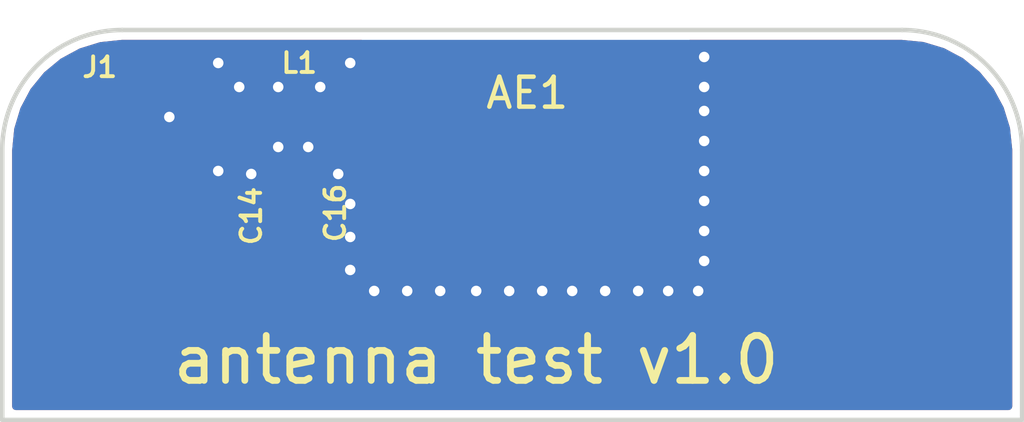
<source format=kicad_pcb>
(kicad_pcb (version 20171130) (host pcbnew 5.1.5+dfsg1-2build2)

  (general
    (thickness 1.6)
    (drawings 7)
    (tracks 42)
    (zones 0)
    (modules 5)
    (nets 4)
  )

  (page A4)
  (title_block
    (title Chaac)
    (date 2021-02-22)
    (rev 6.1)
    (company @alvaroprieto)
  )

  (layers
    (0 F.Cu signal)
    (1 GND.Cu power)
    (2 PWR.Cu power)
    (31 B.Cu signal)
    (32 B.Adhes user)
    (33 F.Adhes user)
    (34 B.Paste user)
    (35 F.Paste user)
    (36 B.SilkS user)
    (37 F.SilkS user)
    (38 B.Mask user)
    (39 F.Mask user)
    (40 Dwgs.User user)
    (41 Cmts.User user)
    (42 Eco1.User user)
    (43 Eco2.User user)
    (44 Edge.Cuts user)
    (45 Margin user)
    (46 B.CrtYd user)
    (47 F.CrtYd user)
    (48 B.Fab user hide)
    (49 F.Fab user hide)
  )

  (setup
    (last_trace_width 0.341376)
    (user_trace_width 0.1524)
    (user_trace_width 0.2032)
    (user_trace_width 0.254)
    (user_trace_width 0.29337)
    (user_trace_width 0.3048)
    (user_trace_width 0.341376)
    (user_trace_width 0.381)
    (user_trace_width 0.508)
    (user_trace_width 0.635)
    (user_trace_width 1.016)
    (trace_clearance 0.1524)
    (zone_clearance 0.254)
    (zone_45_only no)
    (trace_min 0.1524)
    (via_size 0.508)
    (via_drill 0.254)
    (via_min_size 0.508)
    (via_min_drill 0.254)
    (user_via 0.508 0.254)
    (user_via 0.603758 0.349758)
    (uvia_size 0.508)
    (uvia_drill 0.254)
    (uvias_allowed no)
    (uvia_min_size 0.2)
    (uvia_min_drill 0.1)
    (edge_width 0.15)
    (segment_width 0.2)
    (pcb_text_width 0.3)
    (pcb_text_size 1.5 1.5)
    (mod_edge_width 0.13)
    (mod_text_size 0.65 0.65)
    (mod_text_width 0.13)
    (pad_size 0.508 0.508)
    (pad_drill 0.254)
    (pad_to_mask_clearance 0.0508)
    (solder_mask_min_width 0.1016)
    (aux_axis_origin 105 190)
    (visible_elements FFFFFF7F)
    (pcbplotparams
      (layerselection 0x010fc_ffffffff)
      (usegerberextensions false)
      (usegerberattributes true)
      (usegerberadvancedattributes false)
      (creategerberjobfile false)
      (excludeedgelayer true)
      (linewidth 0.100000)
      (plotframeref false)
      (viasonmask false)
      (mode 1)
      (useauxorigin false)
      (hpglpennumber 1)
      (hpglpenspeed 20)
      (hpglpendiameter 15.000000)
      (psnegative false)
      (psa4output false)
      (plotreference true)
      (plotvalue true)
      (plotinvisibletext false)
      (padsonsilk false)
      (subtractmaskfromsilk false)
      (outputformat 1)
      (mirror false)
      (drillshape 0)
      (scaleselection 1)
      (outputdirectory "gerber/"))
  )

  (net 0 "")
  (net 1 GND)
  (net 2 "Net-(C14-Pad1)")
  (net 3 "Net-(AE1-Pad1)")

  (net_class Default "This is the default net class."
    (clearance 0.1524)
    (trace_width 0.1524)
    (via_dia 0.508)
    (via_drill 0.254)
    (uvia_dia 0.508)
    (uvia_drill 0.254)
    (diff_pair_width 0.1524)
    (diff_pair_gap 0.1524)
    (add_net GND)
    (add_net "Net-(AE1-Pad1)")
    (add_net "Net-(C14-Pad1)")
  )

  (module alvarop:TE-2337019-1 (layer F.Cu) (tedit 5FB09DD1) (tstamp 60A1571E)
    (at 110.57 121.4 90)
    (path /60A46831)
    (fp_text reference J1 (at 1.66 -2.32 180) (layer F.SilkS)
      (effects (font (size 0.66 0.66) (thickness 0.13)))
    )
    (fp_text value Conn_Coaxial (at 0 -3 90) (layer F.Fab)
      (effects (font (size 1 1) (thickness 0.15)))
    )
    (pad 2 smd rect (at 1.475 0 90) (size 1.05 2.2) (layers F.Cu F.Paste F.Mask)
      (net 1 GND))
    (pad 2 smd rect (at -1.475 0 90) (size 1.05 2.2) (layers F.Cu F.Paste F.Mask)
      (net 1 GND))
    (pad 1 smd rect (at 0 1.525 90) (size 1 1.05) (layers F.Cu F.Paste F.Mask)
      (net 2 "Net-(C14-Pad1)"))
    (model /home/alvaro/code/kicad/3d/c-2337019-1-a2-3d.stp
      (offset (xyz 0 0 1.25))
      (scale (xyz 1 1 1))
      (rotate (xyz 0 0 180))
    )
  )

  (module alvarop:W3211 (layer F.Cu) (tedit 6020489D) (tstamp 6020B4AF)
    (at 122.45 120.5 180)
    (path /6024F558)
    (fp_text reference AE1 (at -0.05 -0.1) (layer F.SilkS)
      (effects (font (size 1 1) (thickness 0.15)))
    )
    (fp_text value Antenna_Chip (at 0 -7) (layer F.Fab)
      (effects (font (size 1 1) (thickness 0.15)))
    )
    (fp_text user bottom (at 0 -4.2) (layer Eco1.User)
      (effects (font (size 1 1) (thickness 0.15)))
    )
    (fp_text user "layer only" (at 0 -3) (layer Eco1.User)
      (effects (font (size 1 1) (thickness 0.15)))
    )
    (fp_text user "ground on" (at 0 -5.6) (layer Eco1.User)
      (effects (font (size 1 1) (thickness 0.15)))
    )
    (fp_line (start 5.4 2) (end -5.4 2) (layer Eco1.User) (width 0.12))
    (fp_line (start -5.4 -6.25) (end -5.4 2) (layer Eco1.User) (width 0.12))
    (fp_line (start 5.4 -6.25) (end -5.4 -6.25) (layer Eco1.User) (width 0.12))
    (fp_line (start 5.4 2) (end 5.4 -6.25) (layer Eco1.User) (width 0.12))
    (pad 2 smd rect (at -4.55 0 180) (size 1.7 3.2) (layers F.Cu F.Paste F.Mask)
      (net 1 GND))
    (pad 2 smd rect (at 4.55 0.875 180) (size 1.7 1.45) (layers F.Cu F.Paste F.Mask)
      (net 1 GND))
    (pad 1 smd rect (at 4.55 -0.875 180) (size 1.7 1.45) (layers F.Cu F.Paste F.Mask)
      (net 3 "Net-(AE1-Pad1)"))
    (model /home/alvaro/code/kicad/3d/CHIP_3211_PUL.step
      (at (xyz 0 0 0))
      (scale (xyz 1 1 1))
      (rotate (xyz 0 0 -180))
    )
  )

  (module Inductor_SMD:L_0402_1005Metric (layer F.Cu) (tedit 5B301BBE) (tstamp 5FBA7DF5)
    (at 114.715 121.4)
    (descr "Inductor SMD 0402 (1005 Metric), square (rectangular) end terminal, IPC_7351 nominal, (Body size source: http://www.tortai-tech.com/upload/download/2011102023233369053.pdf), generated with kicad-footprint-generator")
    (tags inductor)
    (path /610BE712)
    (attr smd)
    (fp_text reference L1 (at 0.185 -1.8) (layer F.SilkS)
      (effects (font (size 0.66 0.66) (thickness 0.13)))
    )
    (fp_text value 0 (at 0 1.17) (layer F.Fab)
      (effects (font (size 1 1) (thickness 0.15)))
    )
    (fp_text user %R (at 0 0) (layer F.Fab)
      (effects (font (size 0.25 0.25) (thickness 0.04)))
    )
    (fp_line (start 0.93 0.47) (end -0.93 0.47) (layer F.CrtYd) (width 0.05))
    (fp_line (start 0.93 -0.47) (end 0.93 0.47) (layer F.CrtYd) (width 0.05))
    (fp_line (start -0.93 -0.47) (end 0.93 -0.47) (layer F.CrtYd) (width 0.05))
    (fp_line (start -0.93 0.47) (end -0.93 -0.47) (layer F.CrtYd) (width 0.05))
    (fp_line (start 0.5 0.25) (end -0.5 0.25) (layer F.Fab) (width 0.1))
    (fp_line (start 0.5 -0.25) (end 0.5 0.25) (layer F.Fab) (width 0.1))
    (fp_line (start -0.5 -0.25) (end 0.5 -0.25) (layer F.Fab) (width 0.1))
    (fp_line (start -0.5 0.25) (end -0.5 -0.25) (layer F.Fab) (width 0.1))
    (pad 2 smd roundrect (at 0.485 0) (size 0.59 0.64) (layers F.Cu F.Paste F.Mask) (roundrect_rratio 0.25)
      (net 3 "Net-(AE1-Pad1)"))
    (pad 1 smd roundrect (at -0.485 0) (size 0.59 0.64) (layers F.Cu F.Paste F.Mask) (roundrect_rratio 0.25)
      (net 2 "Net-(C14-Pad1)"))
    (model ${KISYS3DMOD}/Inductor_SMD.3dshapes/L_0402_1005Metric.wrl
      (at (xyz 0 0 0))
      (scale (xyz 1 1 1))
      (rotate (xyz 0 0 0))
    )
  )

  (module Capacitor_SMD:C_0402_1005Metric (layer F.Cu) (tedit 5B301BBE) (tstamp 5FBA9609)
    (at 116.2 121.885 270)
    (descr "Capacitor SMD 0402 (1005 Metric), square (rectangular) end terminal, IPC_7351 nominal, (Body size source: http://www.tortai-tech.com/upload/download/2011102023233369053.pdf), generated with kicad-footprint-generator")
    (tags capacitor)
    (path /610BCF40)
    (attr smd)
    (fp_text reference C16 (at 2.715 0.1 90) (layer F.SilkS)
      (effects (font (size 0.66 0.66) (thickness 0.13)))
    )
    (fp_text value DNP (at 0 1.17 90) (layer F.Fab)
      (effects (font (size 1 1) (thickness 0.15)))
    )
    (fp_text user %R (at 0 0 90) (layer F.Fab)
      (effects (font (size 0.25 0.25) (thickness 0.04)))
    )
    (fp_line (start 0.93 0.47) (end -0.93 0.47) (layer F.CrtYd) (width 0.05))
    (fp_line (start 0.93 -0.47) (end 0.93 0.47) (layer F.CrtYd) (width 0.05))
    (fp_line (start -0.93 -0.47) (end 0.93 -0.47) (layer F.CrtYd) (width 0.05))
    (fp_line (start -0.93 0.47) (end -0.93 -0.47) (layer F.CrtYd) (width 0.05))
    (fp_line (start 0.5 0.25) (end -0.5 0.25) (layer F.Fab) (width 0.1))
    (fp_line (start 0.5 -0.25) (end 0.5 0.25) (layer F.Fab) (width 0.1))
    (fp_line (start -0.5 -0.25) (end 0.5 -0.25) (layer F.Fab) (width 0.1))
    (fp_line (start -0.5 0.25) (end -0.5 -0.25) (layer F.Fab) (width 0.1))
    (pad 2 smd roundrect (at 0.485 0 270) (size 0.59 0.64) (layers F.Cu F.Paste F.Mask) (roundrect_rratio 0.25)
      (net 1 GND))
    (pad 1 smd roundrect (at -0.485 0 270) (size 0.59 0.64) (layers F.Cu F.Paste F.Mask) (roundrect_rratio 0.25)
      (net 3 "Net-(AE1-Pad1)"))
    (model ${KISYS3DMOD}/Capacitor_SMD.3dshapes/C_0402_1005Metric.wrl
      (at (xyz 0 0 0))
      (scale (xyz 1 1 1))
      (rotate (xyz 0 0 0))
    )
  )

  (module Capacitor_SMD:C_0402_1005Metric (layer F.Cu) (tedit 5B301BBE) (tstamp 5FBFF9E6)
    (at 113.3 121.885 270)
    (descr "Capacitor SMD 0402 (1005 Metric), square (rectangular) end terminal, IPC_7351 nominal, (Body size source: http://www.tortai-tech.com/upload/download/2011102023233369053.pdf), generated with kicad-footprint-generator")
    (tags capacitor)
    (path /610BC956)
    (attr smd)
    (fp_text reference C14 (at 2.815 0 90) (layer F.SilkS)
      (effects (font (size 0.66 0.66) (thickness 0.13)))
    )
    (fp_text value DNP (at 0 1.17 90) (layer F.Fab)
      (effects (font (size 1 1) (thickness 0.15)))
    )
    (fp_text user %R (at 0 0 90) (layer F.Fab)
      (effects (font (size 0.25 0.25) (thickness 0.04)))
    )
    (fp_line (start 0.93 0.47) (end -0.93 0.47) (layer F.CrtYd) (width 0.05))
    (fp_line (start 0.93 -0.47) (end 0.93 0.47) (layer F.CrtYd) (width 0.05))
    (fp_line (start -0.93 -0.47) (end 0.93 -0.47) (layer F.CrtYd) (width 0.05))
    (fp_line (start -0.93 0.47) (end -0.93 -0.47) (layer F.CrtYd) (width 0.05))
    (fp_line (start 0.5 0.25) (end -0.5 0.25) (layer F.Fab) (width 0.1))
    (fp_line (start 0.5 -0.25) (end 0.5 0.25) (layer F.Fab) (width 0.1))
    (fp_line (start -0.5 -0.25) (end 0.5 -0.25) (layer F.Fab) (width 0.1))
    (fp_line (start -0.5 0.25) (end -0.5 -0.25) (layer F.Fab) (width 0.1))
    (pad 2 smd roundrect (at 0.485 0 270) (size 0.59 0.64) (layers F.Cu F.Paste F.Mask) (roundrect_rratio 0.25)
      (net 1 GND))
    (pad 1 smd roundrect (at -0.485 0 270) (size 0.59 0.64) (layers F.Cu F.Paste F.Mask) (roundrect_rratio 0.25)
      (net 2 "Net-(C14-Pad1)"))
    (model ${KISYS3DMOD}/Capacitor_SMD.3dshapes/C_0402_1005Metric.wrl
      (at (xyz 0 0 0))
      (scale (xyz 1 1 1))
      (rotate (xyz 0 0 0))
    )
  )

  (gr_line (start 105 131.5) (end 105 122.5) (layer Edge.Cuts) (width 0.15) (tstamp 60A15759))
  (gr_line (start 139 131.5) (end 105 131.5) (layer Edge.Cuts) (width 0.15))
  (gr_line (start 139 122.5) (end 139 131.5) (layer Edge.Cuts) (width 0.15))
  (gr_line (start 135 118.5) (end 109 118.5) (layer Edge.Cuts) (width 0.15))
  (gr_text "antenna test v1.0" (at 120.8 129.5) (layer F.SilkS) (tstamp 5EEAC0D9)
    (effects (font (size 1.5 1.5) (thickness 0.225)))
  )
  (gr_arc (start 109 122.5) (end 109 118.5) (angle -90) (layer Edge.Cuts) (width 0.15) (tstamp 5FBA8950))
  (gr_arc (start 135 122.5) (end 139 122.5) (angle -90) (layer Edge.Cuts) (width 0.15) (tstamp 5EE903A5))

  (via (at 110.57 121.4) (size 0.603758) (drill 0.349758) (layers F.Cu B.Cu) (net 1) (tstamp 37))
  (via (at 112.2 119.6) (size 0.603758) (drill 0.349758) (layers F.Cu B.Cu) (net 1) (tstamp 37))
  (via (at 112.2 123.2) (size 0.603758) (drill 0.349758) (layers F.Cu B.Cu) (net 1))
  (via (at 112.9 120.4) (size 0.603758) (drill 0.349758) (layers F.Cu B.Cu) (net 1))
  (via (at 114.2 120.4) (size 0.603758) (drill 0.349758) (layers F.Cu B.Cu) (net 1))
  (via (at 115.6 120.4) (size 0.603758) (drill 0.349758) (layers F.Cu B.Cu) (net 1))
  (via (at 116.6 119.6) (size 0.603758) (drill 0.349758) (layers F.Cu B.Cu) (net 1))
  (via (at 114.2 122.4) (size 0.603758) (drill 0.349758) (layers F.Cu B.Cu) (net 1))
  (via (at 115.2 122.4) (size 0.603758) (drill 0.349758) (layers F.Cu B.Cu) (net 1))
  (via (at 116.2 123.3) (size 0.603758) (drill 0.349758) (layers F.Cu B.Cu) (net 1))
  (via (at 113.3 123.3) (size 0.603758) (drill 0.349758) (layers F.Cu B.Cu) (net 1))
  (via (at 116.6 124.3) (size 0.603758) (drill 0.349758) (layers F.Cu B.Cu) (net 1))
  (via (at 116.6 125.4) (size 0.603758) (drill 0.349758) (layers F.Cu B.Cu) (net 1))
  (via (at 116.6 126.5) (size 0.603758) (drill 0.349758) (layers F.Cu B.Cu) (net 1))
  (via (at 117.4 127.2) (size 0.603758) (drill 0.349758) (layers F.Cu B.Cu) (net 1))
  (via (at 118.5 127.2) (size 0.603758) (drill 0.349758) (layers F.Cu B.Cu) (net 1))
  (via (at 119.6 127.2) (size 0.603758) (drill 0.349758) (layers F.Cu B.Cu) (net 1))
  (via (at 123 127.2) (size 0.603758) (drill 0.349758) (layers F.Cu B.Cu) (net 1) (tstamp 6032F74E))
  (via (at 121.9 127.2) (size 0.603758) (drill 0.349758) (layers F.Cu B.Cu) (net 1) (tstamp 6032F74F))
  (via (at 120.8 127.2) (size 0.603758) (drill 0.349758) (layers F.Cu B.Cu) (net 1) (tstamp 6032F750))
  (via (at 125.1 127.2) (size 0.603758) (drill 0.349758) (layers F.Cu B.Cu) (net 1) (tstamp 6032F754))
  (via (at 124 127.2) (size 0.603758) (drill 0.349758) (layers F.Cu B.Cu) (net 1) (tstamp 6032F755))
  (via (at 126.2 127.2) (size 0.603758) (drill 0.349758) (layers F.Cu B.Cu) (net 1) (tstamp 6032F756))
  (via (at 127.2 127.2) (size 0.603758) (drill 0.349758) (layers F.Cu B.Cu) (net 1) (tstamp 6032F75A))
  (via (at 128.4 126.2) (size 0.603758) (drill 0.349758) (layers F.Cu B.Cu) (net 1) (tstamp 6032F75B))
  (via (at 128.2 127.2) (size 0.603758) (drill 0.349758) (layers F.Cu B.Cu) (net 1) (tstamp 6032F75C))
  (via (at 128.4 125.2) (size 0.603758) (drill 0.349758) (layers F.Cu B.Cu) (net 1) (tstamp 6032F76B))
  (via (at 128.4 124.2) (size 0.603758) (drill 0.349758) (layers F.Cu B.Cu) (net 1) (tstamp 6032F76D))
  (via (at 128.4 123.2) (size 0.603758) (drill 0.349758) (layers F.Cu B.Cu) (net 1) (tstamp 6032F76E))
  (via (at 128.4 122.2) (size 0.603758) (drill 0.349758) (layers F.Cu B.Cu) (net 1) (tstamp 6032F771))
  (via (at 128.4 121.2) (size 0.603758) (drill 0.349758) (layers F.Cu B.Cu) (net 1) (tstamp 6032F772))
  (via (at 128.4 120.4) (size 0.603758) (drill 0.349758) (layers F.Cu B.Cu) (net 1) (tstamp 6032F775))
  (via (at 128.4 119.4) (size 0.603758) (drill 0.349758) (layers F.Cu B.Cu) (net 1) (tstamp 6032F776))
  (segment (start 117.875 119.6) (end 117.9 119.625) (width 0.341376) (layer F.Cu) (net 1))
  (segment (start 116.6 119.6) (end 117.875 119.6) (width 0.341376) (layer F.Cu) (net 1))
  (segment (start 128.3 120.5) (end 128.4 120.4) (width 0.341376) (layer F.Cu) (net 1))
  (segment (start 127 120.5) (end 128.3 120.5) (width 0.341376) (layer F.Cu) (net 1))
  (segment (start 114.23 121.4) (end 113.3 121.4) (width 0.341376) (layer F.Cu) (net 2))
  (segment (start 112.095 121.4) (end 113.3 121.4) (width 0.341376) (layer F.Cu) (net 2))
  (segment (start 117.875 121.4) (end 117.9 121.375) (width 0.341376) (layer F.Cu) (net 3))
  (segment (start 116.2 121.4) (end 117.875 121.4) (width 0.341376) (layer F.Cu) (net 3))
  (segment (start 116.2 121.4) (end 115.2 121.4) (width 0.341376) (layer F.Cu) (net 3))

  (zone (net 1) (net_name GND) (layer F.Cu) (tstamp 60A15A64) (hatch edge 0.508)
    (connect_pads thru_hole_only (clearance 0.254))
    (min_thickness 0.254)
    (fill yes (arc_segments 32) (thermal_gap 0.508) (thermal_bridge_width 0.508))
    (polygon
      (pts
        (xy 139 131.5) (xy 105 131.5) (xy 105 117.5) (xy 139 117.5)
      )
    )
    (filled_polygon
      (pts
        (xy 116.973 120.275214) (xy 116.903492 120.296299) (xy 116.837304 120.331678) (xy 116.779289 120.379289) (xy 116.731678 120.437304)
        (xy 116.696299 120.503492) (xy 116.674513 120.575311) (xy 116.667157 120.65) (xy 116.667157 120.811547) (xy 116.667143 120.811536)
        (xy 116.575453 120.762527) (xy 116.475965 120.732347) (xy 116.3725 120.722157) (xy 116.0275 120.722157) (xy 115.924035 120.732347)
        (xy 115.824547 120.762527) (xy 115.732857 120.811536) (xy 115.702731 120.83626) (xy 115.642143 120.786536) (xy 115.550453 120.737527)
        (xy 115.450965 120.707347) (xy 115.3475 120.697157) (xy 115.0525 120.697157) (xy 114.949035 120.707347) (xy 114.849547 120.737527)
        (xy 114.757857 120.786536) (xy 114.715 120.821708) (xy 114.672143 120.786536) (xy 114.580453 120.737527) (xy 114.480965 120.707347)
        (xy 114.3775 120.697157) (xy 114.0825 120.697157) (xy 113.979035 120.707347) (xy 113.879547 120.737527) (xy 113.787857 120.786536)
        (xy 113.761239 120.808381) (xy 113.675453 120.762527) (xy 113.575965 120.732347) (xy 113.4725 120.722157) (xy 113.1275 120.722157)
        (xy 113.024035 120.732347) (xy 112.970998 120.748436) (xy 112.938322 120.687304) (xy 112.890711 120.629289) (xy 112.832696 120.581678)
        (xy 112.766508 120.546299) (xy 112.694689 120.524513) (xy 112.62 120.517157) (xy 111.57 120.517157) (xy 111.495311 120.524513)
        (xy 111.423492 120.546299) (xy 111.357304 120.581678) (xy 111.299289 120.629289) (xy 111.251678 120.687304) (xy 111.216299 120.753492)
        (xy 111.194513 120.825311) (xy 111.187157 120.9) (xy 111.187157 121.9) (xy 111.194513 121.974689) (xy 111.216299 122.046508)
        (xy 111.251678 122.112696) (xy 111.299289 122.170711) (xy 111.357304 122.218322) (xy 111.423492 122.253701) (xy 111.495311 122.275487)
        (xy 111.57 122.282843) (xy 112.62 122.282843) (xy 112.694689 122.275487) (xy 112.766508 122.253701) (xy 112.832696 122.218322)
        (xy 112.890711 122.170711) (xy 112.938322 122.112696) (xy 112.970998 122.051564) (xy 113.024035 122.067653) (xy 113.1275 122.077843)
        (xy 113.4725 122.077843) (xy 113.575965 122.067653) (xy 113.675453 122.037473) (xy 113.761239 121.991619) (xy 113.787857 122.013464)
        (xy 113.879547 122.062473) (xy 113.979035 122.092653) (xy 114.0825 122.102843) (xy 114.3775 122.102843) (xy 114.480965 122.092653)
        (xy 114.580453 122.062473) (xy 114.672143 122.013464) (xy 114.715 121.978292) (xy 114.757857 122.013464) (xy 114.849547 122.062473)
        (xy 114.949035 122.092653) (xy 115.0525 122.102843) (xy 115.3475 122.102843) (xy 115.450965 122.092653) (xy 115.550453 122.062473)
        (xy 115.642143 122.013464) (xy 115.702731 121.96374) (xy 115.732857 121.988464) (xy 115.824547 122.037473) (xy 115.924035 122.067653)
        (xy 116.0275 122.077843) (xy 116.3725 122.077843) (xy 116.475965 122.067653) (xy 116.575453 122.037473) (xy 116.667143 121.988464)
        (xy 116.667157 121.988453) (xy 116.667157 122.1) (xy 116.674513 122.174689) (xy 116.696299 122.246508) (xy 116.731678 122.312696)
        (xy 116.779289 122.370711) (xy 116.837304 122.418322) (xy 116.903492 122.453701) (xy 116.973 122.474786) (xy 116.973 126.7)
        (xy 116.97544 126.724776) (xy 116.982667 126.748601) (xy 116.994403 126.770557) (xy 117.010197 126.789803) (xy 117.029443 126.805597)
        (xy 117.051399 126.817333) (xy 117.075224 126.82456) (xy 117.1 126.827) (xy 127.8 126.827) (xy 127.824776 126.82456)
        (xy 127.848601 126.817333) (xy 127.870557 126.805597) (xy 127.889803 126.789803) (xy 127.905597 126.770557) (xy 127.917333 126.748601)
        (xy 127.92456 126.724776) (xy 127.927 126.7) (xy 127.927 118.956) (xy 134.977695 118.956) (xy 135.68794 119.02564)
        (xy 136.349683 119.225432) (xy 136.960009 119.549948) (xy 137.495683 119.986833) (xy 137.936296 120.519443) (xy 138.265068 121.127494)
        (xy 138.469473 121.787818) (xy 138.543986 122.496766) (xy 138.544 122.500721) (xy 138.544001 131.044) (xy 105.456 131.044)
        (xy 105.456 122.522305) (xy 105.52564 121.81206) (xy 105.725432 121.150317) (xy 106.049948 120.539991) (xy 106.486833 120.004317)
        (xy 107.019443 119.563704) (xy 107.627494 119.234932) (xy 108.287818 119.030527) (xy 108.996766 118.956014) (xy 109.00072 118.956)
        (xy 116.973 118.956)
      )
    )
  )
  (zone (net 0) (net_name "") (layers F.Cu GND.Cu PWR.Cu) (tstamp 0) (hatch edge 0.508)
    (connect_pads (clearance 0.254))
    (min_thickness 0.254)
    (keepout (tracks allowed) (vias allowed) (copperpour not_allowed))
    (fill (arc_segments 32) (thermal_gap 0.508) (thermal_bridge_width 0.508))
    (polygon
      (pts
        (xy 127.8 118.5) (xy 127.8 126.7) (xy 117.1 126.7) (xy 117.1 118.5) (xy 125.6 118.5)
      )
    )
  )
  (zone (net 1) (net_name GND) (layer B.Cu) (tstamp 60A15A61) (hatch edge 0.508)
    (connect_pads (clearance 0.254))
    (min_thickness 0.254)
    (fill yes (arc_segments 32) (thermal_gap 0.508) (thermal_bridge_width 0.508))
    (polygon
      (pts
        (xy 139 131.5) (xy 105 131.5) (xy 105 117.5) (xy 139 117.5)
      )
    )
    (filled_polygon
      (pts
        (xy 135.68794 119.02564) (xy 136.349683 119.225432) (xy 136.960009 119.549948) (xy 137.495683 119.986833) (xy 137.936296 120.519443)
        (xy 138.265068 121.127494) (xy 138.469473 121.787818) (xy 138.543986 122.496766) (xy 138.544 122.500721) (xy 138.544001 131.044)
        (xy 105.456 131.044) (xy 105.456 122.522305) (xy 105.52564 121.81206) (xy 105.725432 121.150317) (xy 106.049948 120.539991)
        (xy 106.486833 120.004317) (xy 107.019443 119.563704) (xy 107.627494 119.234932) (xy 108.287818 119.030527) (xy 108.996766 118.956014)
        (xy 109.00072 118.956) (xy 134.977695 118.956)
      )
    )
  )
  (zone (net 1) (net_name GND) (layer GND.Cu) (tstamp 60A15A5E) (hatch edge 0.508)
    (connect_pads (clearance 0.254))
    (min_thickness 0.254)
    (fill yes (arc_segments 32) (thermal_gap 0.508) (thermal_bridge_width 0.508))
    (polygon
      (pts
        (xy 139 131.5) (xy 105 131.5) (xy 105 117.5) (xy 139 117.5)
      )
    )
    (filled_polygon
      (pts
        (xy 116.973 126.7) (xy 116.97544 126.724776) (xy 116.982667 126.748601) (xy 116.994403 126.770557) (xy 117.010197 126.789803)
        (xy 117.029443 126.805597) (xy 117.051399 126.817333) (xy 117.075224 126.82456) (xy 117.1 126.827) (xy 127.8 126.827)
        (xy 127.824776 126.82456) (xy 127.848601 126.817333) (xy 127.870557 126.805597) (xy 127.889803 126.789803) (xy 127.905597 126.770557)
        (xy 127.917333 126.748601) (xy 127.92456 126.724776) (xy 127.927 126.7) (xy 127.927 118.956) (xy 134.977695 118.956)
        (xy 135.68794 119.02564) (xy 136.349683 119.225432) (xy 136.960009 119.549948) (xy 137.495683 119.986833) (xy 137.936296 120.519443)
        (xy 138.265068 121.127494) (xy 138.469473 121.787818) (xy 138.543986 122.496766) (xy 138.544 122.500721) (xy 138.544001 131.044)
        (xy 105.456 131.044) (xy 105.456 122.522305) (xy 105.52564 121.81206) (xy 105.725432 121.150317) (xy 106.049948 120.539991)
        (xy 106.486833 120.004317) (xy 107.019443 119.563704) (xy 107.627494 119.234932) (xy 108.287818 119.030527) (xy 108.996766 118.956014)
        (xy 109.00072 118.956) (xy 116.973 118.956)
      )
    )
  )
)

</source>
